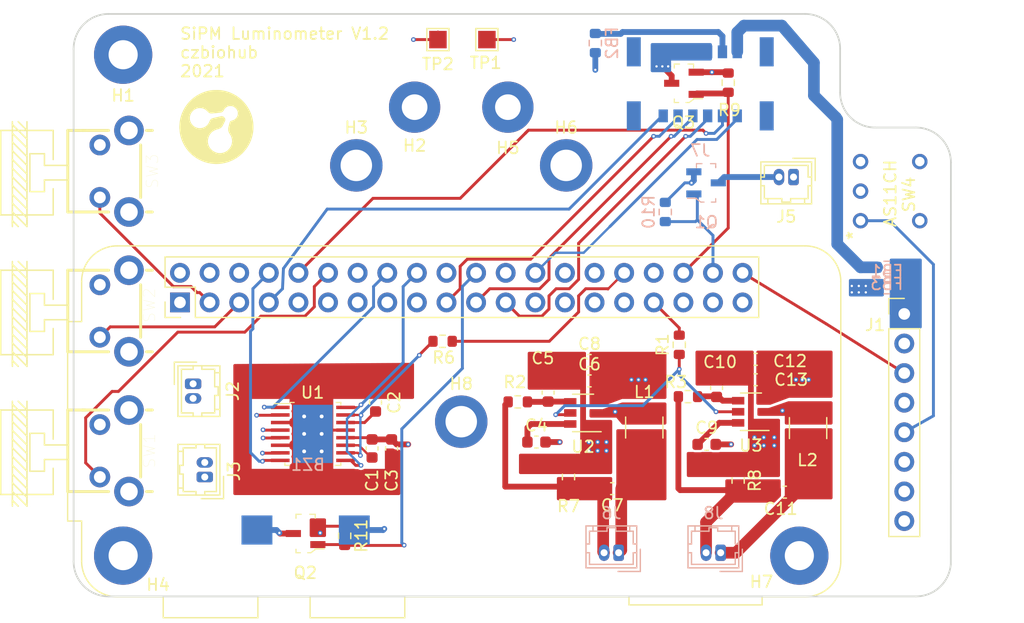
<source format=kicad_pcb>
(kicad_pcb (version 20171130) (host pcbnew "(5.1.9-0-10_14)")
  (layers (0 F.Cu signal) (1 In1.Cu signal) (2 In2.Cu signal) (31 B.Cu signal) (34 B.Paste user) (35 F.Paste user) (36 B.SilkS user) (37 F.SilkS user) (38 B.Mask user) (39 F.Mask user) (44 Edge.Cuts user))
  (net 0 "")
  (net 1 /ADC_~CE)
  (net 2 /ADC_~DRDY)
  (net 3 /SPI0_SCLK)
  (net 4 /SPI0_MISO)
  (net 5 /SPI0_MOSI)
  (net 6 /GPCLK)
  (net 7 /B2)
  (net 8 "Net-(FB2-Pad2)")
  (net 9 /B3)
  (net 10 /B1)
  (net 11 "Net-(C1-Pad1)")
  (net 12 GND)
  (net 13 /nSLEEP)
  (net 14 /BZ)
  (net 15 "Net-(C2-Pad2)")
  (net 16 /FAN)
  (net 17 "Net-(J5-Pad2)")
  (net 18 /PMIC_EN)
  (net 19 /PMIC_LBO)
  (net 20 "Net-(J2-Pad2)")
  (net 21 "Net-(J2-Pad1)")
  (net 22 "Net-(J3-Pad2)")
  (net 23 "Net-(J3-Pad1)")
  (net 24 "Net-(BZ1-Pad1)")
  (net 25 /P5V_RPi)
  (net 26 "Net-(C4-Pad1)")
  (net 27 /PMIC_5V)
  (net 28 /P3V3_RPi)
  (net 29 /P5V_ADC)
  (net 30 /COOL_PWM)
  (net 31 /SHT_PWM)
  (net 32 /SHT_FAULT)
  (net 33 "Net-(J7-Padb3)")
  (net 34 /ADC_PWR_EN)
  (net 35 "Net-(C4-Pad2)")
  (net 36 "Net-(C5-Pad1)")
  (net 37 "Net-(C7-Pad2)")
  (net 38 "Net-(C7-Pad1)")
  (net 39 /SHT_1)
  (net 40 "Net-(C9-Pad2)")
  (net 41 "Net-(C9-Pad1)")
  (net 42 "Net-(C10-Pad1)")
  (net 43 "Net-(C11-Pad2)")
  (net 44 "Net-(C11-Pad1)")
  (net 45 "Net-(R1-Pad1)")
  (net 46 "Net-(R6-Pad1)")
  (module Luminometer_OPT101_Footprints:Untitled (layer F.Cu) (at 118 71.2)
    (fp_text reference G*** hide)
    (fp_text value LOGO hide)
  )
  (module MountingHole:MountingHole_2.5mm_Pad (layer F.Cu) (at 168 108)
    (fp_text reference H7 (at -3.25 2.25) (layer F.SilkS))
    (fp_text value MountingHole)
    (pad 1 thru_hole circle (at 0 0) (size 5 5) (drill 2.5) (layers *.Cu *.Mask))
  )
  (module MountingHole:MountingHole_2.5mm_Pad (layer F.Cu) (at 110 108)
    (fp_text reference H4 (at 3 2.5) (layer F.SilkS))
    (fp_text value MountingHole)
    (pad 1 thru_hole circle (at 0 0) (size 5 5) (drill 2.5) (layers *.Cu *.Mask))
  )
  (module MountingHole:MountingHole_2.5mm_Pad (layer F.Cu) (at 110 65)
    (fp_text reference H1 (at 0 3.5) (layer F.SilkS))
    (fp_text value MountingHole)
    (pad 1 thru_hole circle (at 0 0) (size 5 5) (drill 2.5) (layers *.Cu *.Mask))
  )
  (module MountingHole:MountingHole_2.7mm_M2.5_ISO14580_Pad_TopBottom (layer F.Cu) (at 139 96.5)
    (fp_text reference H8 (at 0 -3.25) (layer F.SilkS))
    (fp_text value MountingHole)
    (pad 1 connect circle (at 0 0) (size 4.5 4.5) (layers B.Cu B.Mask) (net 12 GND))
    (pad 1 connect circle (at 0 0) (size 4.5 4.5) (layers F.Cu F.Mask) (net 12 GND))
    (pad 1 thru_hole circle (at 0 0) (size 3.1 3.1) (drill 2.7) (layers *.Cu *.Mask) (net 12 GND))
  )
  (module Luminometer_OPT101_Footprints:Harting_15110122601000 (layer B.Cu) (at 159.5 67.5)
    (fp_text reference J7 (at 0 5.715) (layer B.SilkS) (effects (justify mirror)))
    (fp_text value Harting_15110122601000)
    (pad "" np_thru_hole circle (at 5.385 0) (size 1.6 1.6) (drill 1.6) (layers *.Cu *.Mask))
    (pad "" np_thru_hole circle (at -5.385 0) (size 1.6 1.6) (drill 1.6) (layers *.Cu *.Mask))
    (pad "" smd rect (at -5.7 -2.75) (size 1.2 2.5) (layers B.Cu B.Paste B.Mask))
    (pad "" smd rect (at 5.7 -2.75) (size 1.2 2.5) (layers B.Cu B.Paste B.Mask))
    (pad "" smd rect (at 5.7 2.75) (size 1.2 2.5) (layers B.Cu B.Paste B.Mask))
    (pad "" smd rect (at -5.7 2.75) (size 1.2 2.5) (layers B.Cu B.Paste B.Mask))
    (pad b6 smd rect (at -3.175 -2.75) (size 0.8 1.1) (layers B.Cu B.Paste B.Mask) (net 33 "Net-(J7-Padb3)"))
    (pad b5 smd rect (at -1.905 -2.75) (size 0.8 1.1) (layers B.Cu B.Paste B.Mask) (net 33 "Net-(J7-Padb3)"))
    (pad b4 smd rect (at -0.635 -2.75) (size 0.8 1.1) (layers B.Cu B.Paste B.Mask) (net 33 "Net-(J7-Padb3)"))
    (pad a1 smd rect (at 3.175 2.75) (size 0.8 1.1) (layers B.Cu B.Paste B.Mask) (net 1 /ADC_~CE))
    (pad a2 smd rect (at 1.905 2.75) (size 0.8 1.1) (layers B.Cu B.Paste B.Mask) (net 2 /ADC_~DRDY))
    (pad a6 smd rect (at -3.175 2.75) (size 0.8 1.1) (layers B.Cu B.Paste B.Mask) (net 6 /GPCLK))
    (pad b3 smd rect (at 0.635 -2.75) (size 0.8 1.1) (layers B.Cu B.Paste B.Mask) (net 33 "Net-(J7-Padb3)"))
    (pad b2 smd rect (at 1.905 -2.75) (size 0.8 1.1) (layers B.Cu B.Paste B.Mask) (net 8 "Net-(FB2-Pad2)"))
    (pad b1 smd rect (at 3.175 -2.75) (size 0.8 1.1) (layers B.Cu B.Paste B.Mask) (net 29 /P5V_ADC))
    (pad a5 smd rect (at -1.905 2.75) (size 0.8 1.1) (layers B.Cu B.Paste B.Mask) (net 5 /SPI0_MOSI))
    (pad a4 smd rect (at -0.635 2.75) (size 0.8 1.1) (layers B.Cu B.Paste B.Mask) (net 4 /SPI0_MISO))
    (pad a3 smd rect (at 0.635 2.75) (size 0.8 1.1) (layers B.Cu B.Paste B.Mask) (net 3 /SPI0_SCLK))
  )
  (module Capacitor_SMD:C_0603_1608Metric (layer F.Cu) (at 131.65 94.85 270)
    (fp_text reference C2 (at 0 -1.6 270) (layer F.SilkS))
    (fp_text value 2.2uF)
    (pad 2 smd roundrect (at 0.775 0 270) (size 0.9 0.95) (layers F.Cu F.Paste F.Mask) (net 15 "Net-(C2-Pad2)"))
    (pad 1 smd roundrect (at -0.775 0 270) (size 0.9 0.95) (layers F.Cu F.Paste F.Mask) (net 12 GND))
  )
  (module Capacitor_SMD:C_0603_1608Metric (layer F.Cu) (at 133.025 98.8 90)
    (fp_text reference C3 (at -2.75 0 270) (layer F.SilkS))
    (fp_text value 47uF)
    (pad 2 smd roundrect (at 0.775 0 90) (size 0.9 0.95) (layers F.Cu F.Paste F.Mask) (net 25 /P5V_RPi))
    (pad 1 smd roundrect (at -0.775 0 90) (size 0.9 0.95) (layers F.Cu F.Paste F.Mask) (net 12 GND))
  )
  (module Resistor_SMD:R_0603_1608Metric (layer B.Cu) (at 150.5 64 90)
    (fp_text reference FB2 (at 0 1.43 270) (layer B.SilkS) (effects (justify mirror)))
    (fp_text value Ferrite_Bead_Small)
    (pad 2 smd roundrect (at 0.825 0 90) (size 0.8 0.95) (layers B.Cu B.Paste B.Mask) (net 8 "Net-(FB2-Pad2)"))
    (pad 1 smd roundrect (at -0.825 0 90) (size 0.8 0.95) (layers B.Cu B.Paste B.Mask) (net 28 /P3V3_RPi))
  )
  (module digikey-footprints:TSSOP-16-1EP_W4.40mm (layer F.Cu) (at 126.275 97.55 270)
    (fp_text reference U1 (at -3.55 0.025) (layer F.SilkS))
    (fp_text value DRV8833PWP)
    (pad 17 thru_hole circle (at 1.5 0.75 270) (size 0.38 0.38) (drill 0.33) (layers *.Cu *.Mask) (net 12 GND))
    (pad 17 thru_hole circle (at 0 0.75 270) (size 0.38 0.38) (drill 0.33) (layers *.Cu *.Mask) (net 12 GND))
    (pad 17 thru_hole circle (at -1.5 0.75 270) (size 0.38 0.38) (drill 0.33) (layers *.Cu *.Mask) (net 12 GND))
    (pad 17 thru_hole circle (at 1.5 -0.75 270) (size 0.38 0.38) (drill 0.33) (layers *.Cu *.Mask) (net 12 GND))
    (pad 17 thru_hole circle (at 0 -0.75 270) (size 0.38 0.38) (drill 0.33) (layers *.Cu *.Mask) (net 12 GND))
    (pad 17 thru_hole circle (at -1.5 -0.75 270) (size 0.38 0.38) (drill 0.33) (layers *.Cu *.Mask) (net 12 GND))
    (pad 17 smd rect (at 0 0 270) (size 5 3.4) (layers F.Cu) (net 12 GND))
    (pad 15 smd rect (at -1.625 -2.8 270) (size 0.3 1.6) (layers F.Cu F.Paste F.Mask) (net 46 "Net-(R6-Pad1)"))
    (pad 14 smd rect (at -0.975 -2.8 270) (size 0.3 1.6) (layers F.Cu F.Paste F.Mask) (net 15 "Net-(C2-Pad2)"))
    (pad 13 smd rect (at -0.325 -2.8 270) (size 0.3 1.6) (layers F.Cu F.Paste F.Mask) (net 12 GND))
    (pad 12 smd rect (at 0.325 -2.8 270) (size 0.3 1.6) (layers F.Cu F.Paste F.Mask) (net 25 /P5V_RPi))
    (pad 11 smd rect (at 0.975 -2.8 270) (size 0.3 1.6) (layers F.Cu F.Paste F.Mask) (net 11 "Net-(C1-Pad1)"))
    (pad 10 smd rect (at 1.625 -2.8 270) (size 0.3 1.6) (layers F.Cu F.Paste F.Mask) (net 46 "Net-(R6-Pad1)"))
    (pad 9 smd rect (at 2.275 -2.8 270) (size 0.3 1.6) (layers F.Cu F.Paste F.Mask) (net 39 /SHT_1))
    (pad 8 smd rect (at 2.275 2.8 270) (size 0.3 1.6) (layers F.Cu F.Paste F.Mask) (net 32 /SHT_FAULT))
    (pad 7 smd rect (at 1.625 2.8 270) (size 0.3 1.6) (layers F.Cu F.Paste F.Mask) (net 23 "Net-(J3-Pad1)"))
    (pad 6 smd rect (at 0.975 2.8 270) (size 0.3 1.6) (layers F.Cu F.Paste F.Mask) (net 12 GND))
    (pad 5 smd rect (at 0.325 2.8 270) (size 0.3 1.6) (layers F.Cu F.Paste F.Mask) (net 22 "Net-(J3-Pad2)"))
    (pad 4 smd rect (at -0.325 2.8 270) (size 0.3 1.6) (layers F.Cu F.Paste F.Mask) (net 20 "Net-(J2-Pad2)"))
    (pad 3 smd rect (at -0.975 2.8 270) (size 0.3 1.6) (layers F.Cu F.Paste F.Mask) (net 12 GND))
    (pad 2 smd rect (at -1.625 2.8 270) (size 0.3 1.6) (layers F.Cu F.Paste F.Mask) (net 21 "Net-(J2-Pad1)"))
    (pad 16 smd rect (at -2.275 -2.8 270) (size 0.3 1.6) (layers F.Cu F.Paste F.Mask) (net 39 /SHT_1))
    (pad 17 smd rect (at 0 0 270) (size 2.31 2.46) (layers F.Cu F.Paste F.Mask) (net 12 GND))
    (pad 1 smd rect (at -2.275 2.8 270) (size 0.3 1.6) (layers F.Cu F.Paste F.Mask) (net 13 /nSLEEP))
    (pad 17 smd rect (at 0 0 270) (size 5 3.4) (layers B.Cu) (net 12 GND))
  )
  (module B3F-3152:B3F3152 (layer F.Cu) (at 110.5 71.5 270)
    (fp_text reference SW3 (at 3.5 -2 90) (layer F.SilkS) (effects (font (thickness 0.015))))
    (fp_text value B3F-3152)
    (pad 2 thru_hole circle (at 5.75 2.5 270) (size 1.778 1.778) (drill 1.016) (layers *.Cu *.Mask) (net 9 /B3))
    (pad 1 thru_hole circle (at 1.25 2.5 270) (size 1.778 1.778) (drill 1.016) (layers *.Cu *.Mask) (net 12 GND))
    (pad GND@2 thru_hole circle (at 7 0 270) (size 2.54 2.54) (drill 1.5) (layers *.Cu *.Mask) (net 12 GND))
    (pad GND@1 thru_hole circle (at 0 0 270) (size 2.54 2.54) (drill 1.5) (layers *.Cu *.Mask) (net 12 GND))
  )
  (module B3F-3152:B3F3152 (layer F.Cu) (at 110.5 83.5 270)
    (fp_text reference SW2 (at 3 -1.75 90) (layer F.SilkS) (effects (font (thickness 0.015))))
    (fp_text value B3F-3152)
    (pad 2 thru_hole circle (at 5.75 2.5 270) (size 1.778 1.778) (drill 1.016) (layers *.Cu *.Mask) (net 7 /B2))
    (pad 1 thru_hole circle (at 1.25 2.5 270) (size 1.778 1.778) (drill 1.016) (layers *.Cu *.Mask) (net 12 GND))
    (pad GND@2 thru_hole circle (at 7 0 270) (size 2.54 2.54) (drill 1.5) (layers *.Cu *.Mask) (net 12 GND))
    (pad GND@1 thru_hole circle (at 0 0 270) (size 2.54 2.54) (drill 1.5) (layers *.Cu *.Mask) (net 12 GND))
  )
  (module B3F-3152:B3F3152 (layer F.Cu) (at 110.5 95.5 270)
    (fp_text reference SW1 (at 3.5 -1.75 90) (layer F.SilkS) (effects (font (thickness 0.015))))
    (fp_text value B3F-3152)
    (pad 2 thru_hole circle (at 5.75 2.5 270) (size 1.778 1.778) (drill 1.016) (layers *.Cu *.Mask) (net 10 /B1))
    (pad 1 thru_hole circle (at 1.25 2.5 270) (size 1.778 1.778) (drill 1.016) (layers *.Cu *.Mask) (net 12 GND))
    (pad GND@2 thru_hole circle (at 7 0 270) (size 2.54 2.54) (drill 1.5) (layers *.Cu *.Mask) (net 12 GND))
    (pad GND@1 thru_hole circle (at 0 0 270) (size 2.54 2.54) (drill 1.5) (layers *.Cu *.Mask) (net 12 GND))
  )
  (module Connector_Hirose:Hirose_DF13-02P-1.25DSA_1x02_P1.25mm_Vertical (layer F.Cu) (at 116 93.25 270)
    (fp_text reference J2 (at 0.62 -3.4 90) (layer F.SilkS))
    (fp_text value H2191-ND)
    (pad 2 thru_hole oval (at 1.25 0 270) (size 0.9 1.4) (drill 0.6) (layers *.Cu *.Mask) (net 20 "Net-(J2-Pad2)"))
    (pad 1 thru_hole roundrect (at 0 0 270) (size 0.9 1.4) (drill 0.6) (layers *.Cu *.Mask) (net 21 "Net-(J2-Pad1)"))
  )
  (module Connector_Hirose:Hirose_DF13-02P-1.25DSA_1x02_P1.25mm_Vertical (layer F.Cu) (at 117 101.25 90)
    (fp_text reference J3 (at 0.5 2.5 270) (layer F.SilkS))
    (fp_text value H2191-ND)
    (pad 2 thru_hole oval (at 1.25 0 90) (size 0.9 1.4) (drill 0.6) (layers *.Cu *.Mask) (net 22 "Net-(J3-Pad2)"))
    (pad 1 thru_hole roundrect (at 0 0 90) (size 0.9 1.4) (drill 0.6) (layers *.Cu *.Mask) (net 23 "Net-(J3-Pad1)"))
  )
  (module MountingHole:MountingHole_2.2mm_M2_Pad_TopBottom (layer F.Cu) (at 135 69.5)
    (fp_text reference H2 (at 0 3.3) (layer F.SilkS))
    (fp_text value MountingHole_Pad)
    (pad 1 connect circle (at 0 0) (size 4.4 4.4) (layers B.Cu B.Mask) (net 12 GND))
    (pad 1 connect circle (at 0 0) (size 4.4 4.4) (layers F.Cu F.Mask) (net 12 GND))
    (pad 1 thru_hole circle (at 0 0) (size 2.6 2.6) (drill 2.2) (layers *.Cu *.Mask) (net 12 GND))
  )
  (module MountingHole:MountingHole_2.2mm_M2_Pad_TopBottom (layer F.Cu) (at 143 69.5)
    (fp_text reference H5 (at 0 3.5) (layer F.SilkS))
    (fp_text value MountingHole_Pad)
    (pad 1 connect circle (at 0 0) (size 4.4 4.4) (layers B.Cu B.Mask) (net 12 GND))
    (pad 1 connect circle (at 0 0) (size 4.4 4.4) (layers F.Cu F.Mask) (net 12 GND))
    (pad 1 thru_hole circle (at 0 0) (size 2.6 2.6) (drill 2.2) (layers *.Cu *.Mask) (net 12 GND))
  )
  (module TestPoint:TestPoint_Pad_1.5x1.5mm (layer F.Cu) (at 141.2 63.7 270)
    (fp_text reference TP1 (at 2 0.1 180) (layer F.SilkS))
    (fp_text value TestPoint)
    (pad 1 smd rect (at 0 0 270) (size 1.5 1.5) (layers F.Cu F.Mask) (net 12 GND))
  )
  (module TestPoint:TestPoint_Pad_1.5x1.5mm (layer F.Cu) (at 137 63.7 90)
    (fp_text reference TP2 (at -2.1 0 180) (layer F.SilkS))
    (fp_text value TestPoint)
    (pad 1 smd rect (at 0 0 90) (size 1.5 1.5) (layers F.Cu F.Mask) (net 12 GND))
  )
  (module Capacitor_SMD:C_0603_1608Metric (layer F.Cu) (at 145.45 98.25)
    (fp_text reference C4 (at 0 -1.43) (layer F.SilkS))
    (fp_text value 10nF)
    (pad 2 smd roundrect (at 0.775 0) (size 0.9 0.95) (layers F.Cu F.Paste F.Mask) (net 35 "Net-(C4-Pad2)"))
    (pad 1 smd roundrect (at -0.775 0) (size 0.9 0.95) (layers F.Cu F.Paste F.Mask) (net 26 "Net-(C4-Pad1)"))
  )
  (module Capacitor_SMD:C_0603_1608Metric (layer F.Cu) (at 150 93)
    (fp_text reference C6 (at 0 -1.43) (layer F.SilkS))
    (fp_text value 100nF)
    (pad 2 smd roundrect (at 0.775 0) (size 0.9 0.95) (layers F.Cu F.Paste F.Mask) (net 25 /P5V_RPi))
    (pad 1 smd roundrect (at -0.775 0) (size 0.9 0.95) (layers F.Cu F.Paste F.Mask) (net 12 GND))
  )
  (module Resistor_SMD:R_0603_1608Metric (layer B.Cu) (at 175.5 85 180)
    (fp_text reference FB1 (at 0 1.43) (layer B.SilkS) (effects (justify mirror)))
    (fp_text value Ferrite_Bead_Small)
    (pad 2 smd roundrect (at 0.825 0 180) (size 0.8 0.95) (layers B.Cu B.Paste B.Mask) (net 25 /P5V_RPi))
    (pad 1 smd roundrect (at -0.825 0 180) (size 0.8 0.95) (layers B.Cu B.Paste B.Mask) (net 27 /PMIC_5V))
  )
  (module Resistor_SMD:R_0603_1608Metric (layer B.Cu) (at 175.5 83.25)
    (fp_text reference FB3 (at 0 1.43 180) (layer B.SilkS) (effects (justify mirror)))
    (fp_text value Ferrite_Bead_Small)
    (pad 2 smd roundrect (at 0.825 0) (size 0.8 0.95) (layers B.Cu B.Paste B.Mask) (net 27 /PMIC_5V))
    (pad 1 smd roundrect (at -0.825 0) (size 0.8 0.95) (layers B.Cu B.Paste B.Mask) (net 29 /P5V_ADC))
  )
  (module Connector_Hirose:Hirose_DF13-02P-1.25DSA_1x02_P1.25mm_Vertical (layer B.Cu) (at 152.5 107.75 180)
    (fp_text reference J6 (at 0.62 3.4 180) (layer B.SilkS) (effects (justify mirror)))
    (fp_text value H2191-ND)
    (pad 2 thru_hole oval (at 1.25 0 180) (size 0.9 1.4) (drill 0.6) (layers *.Cu *.Mask) (net 37 "Net-(C7-Pad2)"))
    (pad 1 thru_hole roundrect (at 0 0 180) (size 0.9 1.4) (drill 0.6) (layers *.Cu *.Mask) (net 38 "Net-(C7-Pad1)"))
  )
  (module Resistor_SMD:R_0603_1608Metric (layer F.Cu) (at 161.9 67.4 90)
    (fp_text reference R9 (at -2.35 0.1 180) (layer F.SilkS))
    (fp_text value 10k)
    (pad 2 smd roundrect (at 0.825 0 90) (size 0.8 0.95) (layers F.Cu F.Paste F.Mask) (net 12 GND))
    (pad 1 smd roundrect (at -0.825 0 90) (size 0.8 0.95) (layers F.Cu F.Paste F.Mask) (net 34 /ADC_PWR_EN))
  )
  (module Luminometer_OPT101_Footprints:PMIC_Header (layer F.Cu) (at 177 87.25)
    (fp_text reference J1 (at -2.5 0.95) (layer F.SilkS))
    (fp_text value PMIC_header_right_angle)
    (pad 8 thru_hole oval (at 0 17.78) (size 1.7 1.7) (drill 1) (layers *.Cu *.Mask))
    (pad 7 thru_hole oval (at 0 15.24) (size 1.7 1.7) (drill 1) (layers *.Cu *.Mask))
    (pad 6 thru_hole oval (at 0 12.7) (size 1.7 1.7) (drill 1) (layers *.Cu *.Mask))
    (pad 5 thru_hole oval (at 0 10.16) (size 1.7 1.7) (drill 1) (layers *.Cu *.Mask) (net 18 /PMIC_EN))
    (pad 4 thru_hole oval (at 0 7.62) (size 1.7 1.7) (drill 1) (layers *.Cu *.Mask) (net 12 GND))
    (pad 3 thru_hole oval (at 0 5.08) (size 1.7 1.7) (drill 1) (layers *.Cu *.Mask) (net 19 /PMIC_LBO))
    (pad 2 thru_hole oval (at 0 2.54) (size 1.7 1.7) (drill 1) (layers *.Cu *.Mask))
    (pad 1 thru_hole rect (at 0 0) (size 1.7 1.7) (drill 1) (layers *.Cu *.Mask) (net 27 /PMIC_5V))
  )
  (module Capacitor_SMD:C_0603_1608Metric (layer F.Cu) (at 146.45 94 90)
    (fp_text reference C5 (at 2.95 -0.45 180) (layer F.SilkS))
    (fp_text value 10nF)
    (pad 2 smd roundrect (at 0.775 0 90) (size 0.9 0.95) (layers F.Cu F.Paste F.Mask) (net 12 GND))
    (pad 1 smd roundrect (at -0.775 0 90) (size 0.9 0.95) (layers F.Cu F.Paste F.Mask) (net 36 "Net-(C5-Pad1)"))
  )
  (module Capacitor_SMD:C_0603_1608Metric (layer F.Cu) (at 151.95 102.25 180)
    (fp_text reference C7 (at 0 -1.43) (layer F.SilkS))
    (fp_text value 10nF)
    (pad 2 smd roundrect (at 0.775 0 180) (size 0.9 0.95) (layers F.Cu F.Paste F.Mask) (net 37 "Net-(C7-Pad2)"))
    (pad 1 smd roundrect (at -0.775 0 180) (size 0.9 0.95) (layers F.Cu F.Paste F.Mask) (net 38 "Net-(C7-Pad1)"))
  )
  (module Resistor_SMD:R_0603_1608Metric (layer F.Cu) (at 143.85 94.8)
    (fp_text reference R2 (at -0.25 -1.7) (layer F.SilkS))
    (fp_text value 10k)
    (pad 2 smd roundrect (at 0.825 0) (size 0.8 0.95) (layers F.Cu F.Paste F.Mask) (net 36 "Net-(C5-Pad1)"))
    (pad 1 smd roundrect (at -0.825 0) (size 0.8 0.95) (layers F.Cu F.Paste F.Mask) (net 37 "Net-(C7-Pad2)"))
  )
  (module Resistor_SMD:R_0603_1608Metric (layer F.Cu) (at 148.2 101.25 270)
    (fp_text reference R7 (at 2.5 0 180) (layer F.SilkS))
    (fp_text value 200m)
    (pad 2 smd roundrect (at 0.825 0 270) (size 0.8 0.95) (layers F.Cu F.Paste F.Mask) (net 37 "Net-(C7-Pad2)"))
    (pad 1 smd roundrect (at -0.825 0 270) (size 0.8 0.95) (layers F.Cu F.Paste F.Mask) (net 12 GND))
  )
  (module Package_TO_SOT_SMD:SOT-23-6 (layer F.Cu) (at 149.45 95.75 180)
    (fp_text reference U2 (at 0 -2.9) (layer F.SilkS))
    (fp_text value 296-46565-1-ND)
    (pad 5 smd rect (at 1.1 0 180) (size 1.06 0.65) (layers F.Cu F.Paste F.Mask) (net 45 "Net-(R1-Pad1)"))
    (pad 6 smd rect (at 1.1 -0.95 180) (size 1.06 0.65) (layers F.Cu F.Paste F.Mask) (net 26 "Net-(C4-Pad1)"))
    (pad 4 smd rect (at 1.1 0.95 180) (size 1.06 0.65) (layers F.Cu F.Paste F.Mask) (net 36 "Net-(C5-Pad1)"))
    (pad 3 smd rect (at -1.1 0.95 180) (size 1.06 0.65) (layers F.Cu F.Paste F.Mask) (net 25 /P5V_RPi))
    (pad 2 smd rect (at -1.1 0 180) (size 1.06 0.65) (layers F.Cu F.Paste F.Mask) (net 35 "Net-(C4-Pad2)"))
    (pad 1 smd rect (at -1.1 -0.95 180) (size 1.06 0.65) (layers F.Cu F.Paste F.Mask) (net 12 GND))
  )
  (module footprints:AS11CH (layer F.Cu) (at 173.25 79.25 90)
    (fp_text reference SW4 (at 2.25 4.15 90) (layer F.SilkS))
    (fp_text value AS11CH (at 2.35 2.55 90) (layer F.SilkS))
    (fp_text user * (at -1.27 -0.635 90) (layer F.SilkS))
    (fp_text user * (at -1.27 -0.635 90) (layer F.SilkS))
    (pad 5 thru_hole circle (at 5.08 5.08 90) (size 1.3208 1.3208) (drill 0.8128) (layers *.Cu *.Mask))
    (pad 4 thru_hole circle (at 0 5.08 90) (size 1.3208 1.3208) (drill 0.8128) (layers *.Cu *.Mask))
    (pad 3 thru_hole circle (at 5.08 0 90) (size 1.3208 1.3208) (drill 0.8128) (layers *.Cu *.Mask) (net 12 GND))
    (pad 2 thru_hole circle (at 2.54 0 90) (size 1.3208 1.3208) (drill 0.8128) (layers *.Cu *.Mask) (net 12 GND))
    (pad 1 thru_hole circle (at 0 0 90) (size 1.3208 1.3208) (drill 0.8128) (layers *.Cu *.Mask) (net 18 /PMIC_EN))
  )
  (module Capacitor_SMD:C_0603_1608Metric (layer F.Cu) (at 131.35 98.8 90)
    (fp_text reference C1 (at -2.75 0 270) (layer F.SilkS))
    (fp_text value 10nF)
    (pad 2 smd roundrect (at 0.775 0 90) (size 0.9 0.95) (layers F.Cu F.Paste F.Mask) (net 25 /P5V_RPi))
    (pad 1 smd roundrect (at -0.775 0 90) (size 0.9 0.95) (layers F.Cu F.Paste F.Mask) (net 11 "Net-(C1-Pad1)"))
  )
  (module digikey-footprints:SOT-23-3 (layer F.Cu) (at 158.1 67.45 180)
    (fp_text reference Q3 (at 0.025 -3.375) (layer F.SilkS))
    (fp_text value IRLML6344TRPBF)
    (pad 1 smd rect (at -1.05 -0.95 180) (size 1.3 0.6) (layers F.Cu F.Paste F.Mask) (net 34 /ADC_PWR_EN))
    (pad 2 smd rect (at -1.05 0.95 180) (size 1.3 0.6) (layers F.Cu F.Paste F.Mask) (net 12 GND))
    (pad 3 smd rect (at 1.05 0 180) (size 1.3 0.6) (layers F.Cu F.Paste F.Mask) (net 33 "Net-(J7-Padb3)"))
  )
  (module digikey-footprints:SOT-23-3 (layer B.Cu) (at 160 76)
    (fp_text reference Q1 (at 0.025 3.375) (layer B.SilkS) (effects (justify mirror)))
    (fp_text value IRLML6344TRPBF)
    (pad 1 smd rect (at -1.05 0.95) (size 1.3 0.6) (layers B.Cu B.Paste B.Mask) (net 16 /FAN))
    (pad 2 smd rect (at -1.05 -0.95) (size 1.3 0.6) (layers B.Cu B.Paste B.Mask) (net 12 GND))
    (pad 3 smd rect (at 1.05 0) (size 1.3 0.6) (layers B.Cu B.Paste B.Mask) (net 17 "Net-(J5-Pad2)"))
  )
  (module digikey-footprints:SOT-23-3 (layer F.Cu) (at 125.65 106.1 180)
    (fp_text reference Q2 (at 0.025 -3.375 180) (layer F.SilkS))
    (fp_text value IRLML6344TRPBF)
    (pad 1 smd rect (at -1.05 -0.95 180) (size 1.3 0.6) (layers F.Cu F.Paste F.Mask) (net 14 /BZ))
    (pad 2 smd rect (at -1.05 0.95 180) (size 1.3 0.6) (layers F.Cu F.Paste F.Mask) (net 12 GND))
    (pad 3 smd rect (at 1.05 0 180) (size 1.3 0.6) (layers F.Cu F.Paste F.Mask) (net 24 "Net-(BZ1-Pad1)"))
  )
  (module Luminometer_OPT101_Footprints:L_1212_3030Metric (layer F.Cu) (at 154.7 97 270)
    (fp_text reference L1 (at -3.05 0 180) (layer F.SilkS))
    (fp_text value 732-4872-1-ND)
    (pad 1 smd rect (at -1.05 0 270) (size 1.3 3.4) (layers F.Cu F.Paste F.Mask) (net 35 "Net-(C4-Pad2)"))
    (pad 2 smd rect (at 1.05 0 270) (size 1.3 3.4) (layers F.Cu F.Paste F.Mask) (net 38 "Net-(C7-Pad1)"))
  )
  (module Capacitor_SMD:C_0603_1608Metric (layer F.Cu) (at 160.05 98.45)
    (fp_text reference C9 (at 0 -1.43 180) (layer F.SilkS))
    (fp_text value 10nF)
    (pad 2 smd roundrect (at 0.775 0) (size 0.9 0.95) (layers F.Cu F.Paste F.Mask) (net 40 "Net-(C9-Pad2)"))
    (pad 1 smd roundrect (at -0.775 0) (size 0.9 0.95) (layers F.Cu F.Paste F.Mask) (net 41 "Net-(C9-Pad1)"))
  )
  (module Capacitor_SMD:C_0603_1608Metric (layer F.Cu) (at 160.9 93.6 90)
    (fp_text reference C10 (at 2.225 0.3) (layer F.SilkS))
    (fp_text value 10nF)
    (pad 2 smd roundrect (at 0.775 0 90) (size 0.9 0.95) (layers F.Cu F.Paste F.Mask) (net 12 GND))
    (pad 1 smd roundrect (at -0.775 0 90) (size 0.9 0.95) (layers F.Cu F.Paste F.Mask) (net 42 "Net-(C10-Pad1)"))
  )
  (module Capacitor_SMD:C_0603_1608Metric (layer F.Cu) (at 166.75 102.55 180)
    (fp_text reference C11 (at 0.35 -1.43 180) (layer F.SilkS))
    (fp_text value 10nF)
    (pad 2 smd roundrect (at 0.775 0 180) (size 0.9 0.95) (layers F.Cu F.Paste F.Mask) (net 43 "Net-(C11-Pad2)"))
    (pad 1 smd roundrect (at -0.775 0 180) (size 0.9 0.95) (layers F.Cu F.Paste F.Mask) (net 44 "Net-(C11-Pad1)"))
  )
  (module Connector_Hirose:Hirose_DF13-02P-1.25DSA_1x02_P1.25mm_Vertical (layer B.Cu) (at 161.25 107.75 180)
    (fp_text reference J8 (at 0.62 3.4) (layer B.SilkS) (effects (justify mirror)))
    (fp_text value H2191-ND)
    (pad 2 thru_hole oval (at 1.25 0 180) (size 0.9 1.4) (drill 0.6) (layers *.Cu *.Mask) (net 43 "Net-(C11-Pad2)"))
    (pad 1 thru_hole roundrect (at 0 0 180) (size 0.9 1.4) (drill 0.6) (layers *.Cu *.Mask) (net 44 "Net-(C11-Pad1)"))
  )
  (module Luminometer_OPT101_Footprints:L_1212_3030Metric (layer F.Cu) (at 168.75 97.05 270)
    (fp_text reference L2 (at 2.75 0.05) (layer F.SilkS))
    (fp_text value 732-4872-1-ND)
    (pad 1 smd rect (at -1.05 0 270) (size 1.3 3.4) (layers F.Cu F.Paste F.Mask) (net 40 "Net-(C9-Pad2)"))
    (pad 2 smd rect (at 1.05 0 270) (size 1.3 3.4) (layers F.Cu F.Paste F.Mask) (net 44 "Net-(C11-Pad1)"))
  )
  (module Resistor_SMD:R_0603_1608Metric (layer F.Cu) (at 158.45 94.35)
    (fp_text reference R3 (at -1.05 -1.25 180) (layer F.SilkS))
    (fp_text value 10k)
    (pad 2 smd roundrect (at 0.825 0) (size 0.8 0.95) (layers F.Cu F.Paste F.Mask) (net 42 "Net-(C10-Pad1)"))
    (pad 1 smd roundrect (at -0.825 0) (size 0.8 0.95) (layers F.Cu F.Paste F.Mask) (net 43 "Net-(C11-Pad2)"))
  )
  (module Resistor_SMD:R_0603_1608Metric (layer F.Cu) (at 162.75 101.55 270)
    (fp_text reference R8 (at 0 -1.43 270) (layer F.SilkS))
    (fp_text value 200m)
    (pad 2 smd roundrect (at 0.825 0 270) (size 0.8 0.95) (layers F.Cu F.Paste F.Mask) (net 43 "Net-(C11-Pad2)"))
    (pad 1 smd roundrect (at -0.825 0 270) (size 0.8 0.95) (layers F.Cu F.Paste F.Mask) (net 12 GND))
  )
  (module Package_TO_SOT_SMD:SOT-23-6 (layer F.Cu) (at 163.85 95.65 180)
    (fp_text reference U3 (at 0 -2.9 180) (layer F.SilkS))
    (fp_text value 296-46565-1-ND)
    (pad 5 smd rect (at 1.1 0 180) (size 1.06 0.65) (layers F.Cu F.Paste F.Mask) (net 45 "Net-(R1-Pad1)"))
    (pad 6 smd rect (at 1.1 -0.95 180) (size 1.06 0.65) (layers F.Cu F.Paste F.Mask) (net 41 "Net-(C9-Pad1)"))
    (pad 4 smd rect (at 1.1 0.95 180) (size 1.06 0.65) (layers F.Cu F.Paste F.Mask) (net 42 "Net-(C10-Pad1)"))
    (pad 3 smd rect (at -1.1 0.95 180) (size 1.06 0.65) (layers F.Cu F.Paste F.Mask) (net 25 /P5V_RPi))
    (pad 2 smd rect (at -1.1 0 180) (size 1.06 0.65) (layers F.Cu F.Paste F.Mask) (net 40 "Net-(C9-Pad2)"))
    (pad 1 smd rect (at -1.1 -0.95 180) (size 1.06 0.65) (layers F.Cu F.Paste F.Mask) (net 12 GND))
  )
  (module Connector_Hirose:Hirose_DF13-02P-1.25DSA_1x02_P1.25mm_Vertical (layer F.Cu) (at 167.5 75.5 180)
    (fp_text reference J5 (at 0.62 -3.4) (layer F.SilkS))
    (fp_text value H2191-ND)
    (pad 2 thru_hole oval (at 1.25 0 180) (size 0.9 1.4) (drill 0.6) (layers *.Cu *.Mask) (net 17 "Net-(J5-Pad2)"))
    (pad 1 thru_hole roundrect (at 0 0 180) (size 0.9 1.4) (drill 0.6) (layers *.Cu *.Mask) (net 25 /P5V_RPi))
  )
  (module Luminometer_OPT101_Footprints:668-SMI-1027-T-5V-RCT-ND (layer B.Cu) (at 125.65 105.8)
    (fp_text reference BZ1 (at 0.2 -5.6 180) (layer B.SilkS) (effects (justify mirror)))
    (fp_text value 668-SMI-1027-T-5V-RCT-ND)
    (pad 2 smd rect (at 4.175 0) (size 2.65 2.5) (layers B.Cu B.Paste B.Mask) (net 25 /P5V_RPi))
    (pad 1 smd rect (at -4.175 0) (size 2.65 2.5) (layers B.Cu B.Paste B.Mask) (net 24 "Net-(BZ1-Pad1)"))
  )
  (module Capacitor_SMD:C_0603_1608Metric (layer F.Cu) (at 150 91.25)
    (fp_text reference C8 (at 0 -1.43) (layer F.SilkS))
    (fp_text value 10uF)
    (pad 2 smd roundrect (at 0.775 0) (size 0.9 0.95) (layers F.Cu F.Paste F.Mask) (net 25 /P5V_RPi))
    (pad 1 smd roundrect (at -0.775 0) (size 0.9 0.95) (layers F.Cu F.Paste F.Mask) (net 12 GND))
  )
  (module Capacitor_SMD:C_0603_1608Metric (layer F.Cu) (at 164.25 91.15)
    (fp_text reference C12 (at 2.95 0.15) (layer F.SilkS))
    (fp_text value 10uF)
    (pad 2 smd roundrect (at 0.775 0) (size 0.9 0.95) (layers F.Cu F.Paste F.Mask) (net 25 /P5V_RPi))
    (pad 1 smd roundrect (at -0.775 0) (size 0.9 0.95) (layers F.Cu F.Paste F.Mask) (net 12 GND))
  )
  (module Capacitor_SMD:C_0603_1608Metric (layer F.Cu) (at 164.25 92.9)
    (fp_text reference C13 (at 3.05 0) (layer F.SilkS))
    (fp_text value 100nF)
    (pad 2 smd roundrect (at 0.775 0) (size 0.9 0.95) (layers F.Cu F.Paste F.Mask) (net 25 /P5V_RPi))
    (pad 1 smd roundrect (at -0.775 0) (size 0.9 0.95) (layers F.Cu F.Paste F.Mask) (net 12 GND))
  )
  (module Resistor_SMD:R_0603_1608Metric (layer B.Cu) (at 156.5 78.5 270)
    (fp_text reference R10 (at 0 1.43 270) (layer B.SilkS) (effects (justify mirror)))
    (fp_text value 10k)
    (pad 2 smd roundrect (at 0.825 0 270) (size 0.8 0.95) (layers B.Cu B.Paste B.Mask) (net 16 /FAN))
    (pad 1 smd roundrect (at -0.825 0 270) (size 0.8 0.95) (layers B.Cu B.Paste B.Mask) (net 12 GND))
  )
  (module Resistor_SMD:R_0603_1608Metric (layer F.Cu) (at 129 106.3 270)
    (fp_text reference R11 (at 0 -1.43 90) (layer F.SilkS))
    (fp_text value 10k)
    (pad 2 smd roundrect (at 0.825 0 270) (size 0.8 0.95) (layers F.Cu F.Paste F.Mask) (net 14 /BZ))
    (pad 1 smd roundrect (at -0.825 0 270) (size 0.8 0.95) (layers F.Cu F.Paste F.Mask) (net 12 GND))
  )
  (module Resistor_SMD:R_0603_1608Metric (layer F.Cu) (at 157.7 89.9 90)
    (fp_text reference R1 (at 0 -1.43 90) (layer F.SilkS))
    (fp_text value 180R)
    (pad 2 smd roundrect (at 0.825 0 90) (size 0.8 0.95) (layers F.Cu F.Paste F.Mask) (net 30 /COOL_PWM))
    (pad 1 smd roundrect (at -0.825 0 90) (size 0.8 0.95) (layers F.Cu F.Paste F.Mask) (net 45 "Net-(R1-Pad1)"))
  )
  (module Resistor_SMD:R_0603_1608Metric (layer F.Cu) (at 137.4 89.6)
    (fp_text reference R6 (at 0.1 1.4 -180) (layer F.SilkS))
    (fp_text value 180R)
    (pad 2 smd roundrect (at 0.825 0) (size 0.8 0.95) (layers F.Cu F.Paste F.Mask) (net 31 /SHT_PWM))
    (pad 1 smd roundrect (at -0.825 0) (size 0.8 0.95) (layers F.Cu F.Paste F.Mask) (net 46 "Net-(R6-Pad1)"))
  )
  (module project_footprints:Raspberry_Pi_Zero_Socketed_THT_FaceUp_MountingHoles (layer F.Cu) (at 139 85)
    (fp_text reference J4)
    (fp_text value RPi_SocketHeader)
    (pad 40 thru_hole oval (at 24.133 -1.2756 90) (size 1.7 1.7) (drill 1) (layers *.Cu *.Mask) (net 19 /PMIC_LBO))
    (pad 39 thru_hole oval (at 24.133 1.2644 90) (size 1.7 1.7) (drill 1) (layers *.Cu *.Mask))
    (pad 26 thru_hole oval (at 6.353 -1.2756 90) (size 1.7 1.7) (drill 1) (layers *.Cu *.Mask) (net 1 /ADC_~CE))
    (pad 25 thru_hole oval (at 6.353 1.2644 90) (size 1.7 1.7) (drill 1) (layers *.Cu *.Mask))
    (pad 22 thru_hole oval (at 1.273 -1.2756 90) (size 1.7 1.7) (drill 1) (layers *.Cu *.Mask) (net 14 /BZ))
    (pad 21 thru_hole oval (at 1.273 1.2644 90) (size 1.7 1.7) (drill 1) (layers *.Cu *.Mask) (net 4 /SPI0_MISO))
    (pad 30 thru_hole oval (at 11.433 -1.2756 90) (size 1.7 1.7) (drill 1) (layers *.Cu *.Mask))
    (pad 29 thru_hole oval (at 11.433 1.2644 90) (size 1.7 1.7) (drill 1) (layers *.Cu *.Mask))
    (pad 8 thru_hole oval (at -16.507 -1.2756 90) (size 1.7 1.7) (drill 1) (layers *.Cu *.Mask) (net 32 /SHT_FAULT))
    (pad 7 thru_hole oval (at -16.507 1.2644 90) (size 1.7 1.7) (drill 1) (layers *.Cu *.Mask) (net 6 /GPCLK))
    (pad 32 thru_hole oval (at 13.973 -1.2756 90) (size 1.7 1.7) (drill 1) (layers *.Cu *.Mask) (net 31 /SHT_PWM))
    (pad 31 thru_hole oval (at 13.973 1.2644 90) (size 1.7 1.7) (drill 1) (layers *.Cu *.Mask))
    (pad 18 thru_hole oval (at -3.807 -1.2756 90) (size 1.7 1.7) (drill 1) (layers *.Cu *.Mask) (net 39 /SHT_1))
    (pad 17 thru_hole oval (at -3.807 1.2644 90) (size 1.7 1.7) (drill 1) (layers *.Cu *.Mask))
    (pad 36 thru_hole oval (at 19.053 -1.2756 90) (size 1.7 1.7) (drill 1) (layers *.Cu *.Mask) (net 34 /ADC_PWR_EN))
    (pad 35 thru_hole oval (at 19.053 1.2644 90) (size 1.7 1.7) (drill 1) (layers *.Cu *.Mask))
    (pad 34 thru_hole oval (at 16.513 -1.2756 90) (size 1.7 1.7) (drill 1) (layers *.Cu *.Mask))
    (pad 33 thru_hole oval (at 16.513 1.2644 90) (size 1.7 1.7) (drill 1) (layers *.Cu *.Mask) (net 30 /COOL_PWM))
    (pad 38 thru_hole oval (at 21.593 -1.2756 90) (size 1.7 1.7) (drill 1) (layers *.Cu *.Mask) (net 16 /FAN))
    (pad 37 thru_hole oval (at 21.593 1.2644 90) (size 1.7 1.7) (drill 1) (layers *.Cu *.Mask))
    (pad 20 thru_hole oval (at -1.267 -1.2756 90) (size 1.7 1.7) (drill 1) (layers *.Cu *.Mask) (net 12 GND))
    (pad 19 thru_hole oval (at -1.267 1.2644 90) (size 1.7 1.7) (drill 1) (layers *.Cu *.Mask) (net 5 /SPI0_MOSI))
    (pad 10 thru_hole oval (at -13.967 -1.2756 90) (size 1.7 1.7) (drill 1) (layers *.Cu *.Mask) (net 2 /ADC_~DRDY))
    (pad 9 thru_hole oval (at -13.967 1.2644 90) (size 1.7 1.7) (drill 1) (layers *.Cu *.Mask))
    (pad 14 thru_hole oval (at -8.887 -1.2756 90) (size 1.7 1.7) (drill 1) (layers *.Cu *.Mask))
    (pad 13 thru_hole oval (at -8.887 1.2644 90) (size 1.7 1.7) (drill 1) (layers *.Cu *.Mask))
    (pad 28 thru_hole oval (at 8.893 -1.2756 90) (size 1.7 1.7) (drill 1) (layers *.Cu *.Mask))
    (pad 27 thru_hole oval (at 8.893 1.2644 90) (size 1.7 1.7) (drill 1) (layers *.Cu *.Mask))
    (pad 12 thru_hole oval (at -11.427 -1.2756 90) (size 1.7 1.7) (drill 1) (layers *.Cu *.Mask) (net 10 /B1))
    (pad 11 thru_hole oval (at -11.427 1.2644 90) (size 1.7 1.7) (drill 1) (layers *.Cu *.Mask))
    (pad 24 thru_hole oval (at 3.813 -1.2756 90) (size 1.7 1.7) (drill 1) (layers *.Cu *.Mask))
    (pad 23 thru_hole oval (at 3.813 1.2644 90) (size 1.7 1.7) (drill 1) (layers *.Cu *.Mask) (net 3 /SPI0_SCLK))
    (pad 1 thru_hole rect (at -24.127 1.2644 90) (size 1.7 1.7) (drill 1) (layers *.Cu *.Mask) (net 28 /P3V3_RPi))
    (pad 2 thru_hole oval (at -24.127 -1.2756 90) (size 1.7 1.7) (drill 1) (layers *.Cu *.Mask) (net 25 /P5V_RPi))
    (pad 5 thru_hole oval (at -19.047 1.2644 90) (size 1.7 1.7) (drill 1) (layers *.Cu *.Mask) (net 7 /B2))
    (pad 4 thru_hole oval (at -21.587 -1.2756 90) (size 1.7 1.7) (drill 1) (layers *.Cu *.Mask))
    (pad 16 thru_hole oval (at -6.347 -1.2756 90) (size 1.7 1.7) (drill 1) (layers *.Cu *.Mask) (net 13 /nSLEEP))
    (pad 15 thru_hole oval (at -6.347 1.2644 90) (size 1.7 1.7) (drill 1) (layers *.Cu *.Mask))
    (pad 3 thru_hole oval (at -21.587 1.2644 90) (size 1.7 1.7) (drill 1) (layers *.Cu *.Mask) (net 9 /B3))
    (pad 6 thru_hole oval (at -19.047 -1.2756 90) (size 1.7 1.7) (drill 1) (layers *.Cu *.Mask))
  )
  (module MountingHole:MountingHole_2.7mm_M2.5_ISO14580_Pad_TopBottom (layer F.Cu) (at 130 74.5)
    (fp_text reference H3 (at 0 -3.25) (layer F.SilkS))
    (fp_text value MountingHole_Pad)
    (pad 1 connect circle (at 0 0) (size 4.5 4.5) (layers B.Cu B.Mask) (net 12 GND))
    (pad 1 connect circle (at 0 0) (size 4.5 4.5) (layers F.Cu F.Mask) (net 12 GND))
    (pad 1 thru_hole circle (at 0 0) (size 3.1 3.1) (drill 2.7) (layers *.Cu *.Mask) (net 12 GND))
  )
  (module MountingHole:MountingHole_2.7mm_M2.5_ISO14580_Pad_TopBottom (layer F.Cu) (at 148 74.5)
    (fp_text reference H6 (at 0 -3.25) (layer F.SilkS))
    (fp_text value MountingHole_Pad)
    (pad 1 connect circle (at 0 0) (size 4.5 4.5) (layers B.Cu B.Mask) (net 12 GND))
    (pad 1 connect circle (at 0 0) (size 4.5 4.5) (layers F.Cu F.Mask) (net 12 GND))
    (pad 1 thru_hole circle (at 0 0) (size 3.1 3.1) (drill 2.7) (layers *.Cu *.Mask) (net 12 GND))
  )
  (gr_text "SiPM Luminometer V1.2\nczbiohub\n2021" (at 114.8 64.8) (layer F.SilkS) (effects (font (size 1 1)) (justify left)))
  (gr_arc (start 178 74.25) (end 181 74.25) (angle -90) (layer Edge.Cuts) (width 0.15))
  (gr_line (start 181 74.25) (end 180.989637 108.75) (layer Edge.Cuts) (width 0.15))
  (gr_line (start 174.5 71.25) (end 178 71.25) (layer Edge.Cuts) (width 0.15))
  (gr_arc (start 174.5 68.25) (end 171.5 68.25) (angle -90) (layer Edge.Cuts) (width 0.15))
  (gr_line (start 171.5 64.5) (end 171.5 68.25) (layer Edge.Cuts) (width 0.15))
  (gr_arc (start 168.5 64.5) (end 171.5 64.5) (angle -90) (layer Edge.Cuts) (width 0.15))
  (gr_arc (start 108.75 108.5) (end 105.75 108.5) (angle -90) (layer Edge.Cuts) (width 0.15))
  (gr_arc (start 178 108.5) (end 178 111.5) (angle -85.23635831) (layer Edge.Cuts) (width 0.15))
  (gr_arc (start 108.75 64.5) (end 108.75 61.5) (angle -90) (layer Edge.Cuts) (width 0.15))
  (gr_line (start 105.75 108.5) (end 105.75 64.5) (layer Edge.Cuts) (width 0.15))
  (gr_line (start 178 111.5) (end 108.75 111.5) (layer Edge.Cuts) (width 0.15))
  (gr_line (start 108.75 61.5) (end 168.5 61.5) (layer Edge.Cuts) (width 0.15))
  (segment (start 162.675 70.515002) (end 162.675 70.25) (width 0.25) (layer B.Cu) (net 1))
  (segment (start 160.915001 72.275001) (end 162.675 70.515002) (width 0.25) (layer B.Cu) (net 1))
  (segment (start 159.224999 72.275001) (end 160.915001 72.275001) (width 0.25) (layer B.Cu) (net 1))
  (segment (start 151.75 79.75) (end 159.224999 72.275001) (width 0.25) (layer B.Cu) (net 1))
  (segment (start 145.353 83.7244) (end 147.0774 82) (width 0.2) (layer B.Cu) (net 1))
  (segment (start 149.5 82) (end 151.75 79.75) (width 0.2) (layer B.Cu) (net 1))
  (segment (start 147.0774 82) (end 149.5 82) (width 0.2) (layer B.Cu) (net 1))
  (via (at 160 71.75) (size 0.4) (drill 0.2) (layers F.Cu B.Cu) (net 2))
  (segment (start 160.705 71.75) (end 160 71.75) (width 0.25) (layer B.Cu) (net 2))
  (segment (start 161.405 71.05) (end 160.705 71.75) (width 0.25) (layer B.Cu) (net 2))
  (segment (start 161.405 70.25) (end 161.405 71.05) (width 0.25) (layer B.Cu) (net 2))
  (segment (start 131.432399 77.325001) (end 125.033 83.7244) (width 0.25) (layer F.Cu) (net 2))
  (segment (start 138.912001 77.325001) (end 131.432399 77.325001) (width 0.25) (layer F.Cu) (net 2))
  (segment (start 159.724999 71.474999) (end 144.762003 71.474999) (width 0.25) (layer F.Cu) (net 2))
  (segment (start 144.493501 71.743501) (end 138.912001 77.325001) (width 0.25) (layer F.Cu) (net 2))
  (segment (start 144.762003 71.474999) (end 144.493501 71.743501) (width 0.25) (layer F.Cu) (net 2))
  (segment (start 160 71.75) (end 159.724999 71.474999) (width 0.25) (layer F.Cu) (net 2))
  (segment (start 144.687001 71.550001) (end 144.493501 71.743501) (width 0.25) (layer F.Cu) (net 2))
  (via (at 158.25 72) (size 0.4) (drill 0.2) (layers F.Cu B.Cu) (net 3))
  (segment (start 160.135 70.515002) (end 160.135 70.25) (width 0.25) (layer B.Cu) (net 3))
  (segment (start 158.650002 72) (end 160.135 70.515002) (width 0.25) (layer B.Cu) (net 3))
  (segment (start 158.25 72) (end 158.650002 72) (width 0.25) (layer B.Cu) (net 3))
  (segment (start 143.988001 87.439401) (end 142.813 86.2644) (width 0.25) (layer F.Cu) (net 3))
  (segment (start 146.528001 86.828401) (end 145.917001 87.439401) (width 0.25) (layer F.Cu) (net 3))
  (segment (start 146.528001 85.700399) (end 146.528001 86.828401) (width 0.25) (layer F.Cu) (net 3))
  (segment (start 145.917001 87.439401) (end 143.988001 87.439401) (width 0.25) (layer F.Cu) (net 3))
  (segment (start 147.139001 85.089399) (end 146.528001 85.700399) (width 0.25) (layer F.Cu) (net 3))
  (segment (start 148.267003 85.089399) (end 147.139001 85.089399) (width 0.25) (layer F.Cu) (net 3))
  (segment (start 149.068001 84.288401) (end 148.267003 85.089399) (width 0.25) (layer F.Cu) (net 3))
  (segment (start 149.068001 81.181999) (end 149.068001 84.288401) (width 0.25) (layer F.Cu) (net 3))
  (segment (start 158.25 72) (end 149.068001 81.181999) (width 0.25) (layer F.Cu) (net 3))
  (via (at 157 72) (size 0.4) (drill 0.2) (layers F.Cu B.Cu) (net 4))
  (segment (start 157.265 72) (end 157 72) (width 0.25) (layer B.Cu) (net 4))
  (segment (start 158.865 70.4) (end 157.265 72) (width 0.25) (layer B.Cu) (net 4))
  (segment (start 158.865 70.25) (end 158.865 70.4) (width 0.25) (layer B.Cu) (net 4))
  (segment (start 141.448001 85.089399) (end 140.273 86.2644) (width 0.25) (layer F.Cu) (net 4))
  (segment (start 146.528001 84.288401) (end 145.727003 85.089399) (width 0.25) (layer F.Cu) (net 4))
  (segment (start 146.528001 82.471999) (end 146.528001 84.288401) (width 0.25) (layer F.Cu) (net 4))
  (segment (start 145.727003 85.089399) (end 141.448001 85.089399) (width 0.25) (layer F.Cu) (net 4))
  (segment (start 157 72) (end 146.528001 82.471999) (width 0.25) (layer F.Cu) (net 4))
  (via (at 155.5 72) (size 0.4) (drill 0.2) (layers F.Cu B.Cu) (net 5))
  (segment (start 155.995 72) (end 155.5 72) (width 0.25) (layer B.Cu) (net 5))
  (segment (start 157.595 70.4) (end 155.995 72) (width 0.25) (layer B.Cu) (net 5))
  (segment (start 157.595 70.25) (end 157.595 70.4) (width 0.25) (layer B.Cu) (net 5))
  (segment (start 138.908001 83.160399) (end 138.908001 85.089399) (width 0.25) (layer F.Cu) (net 5))
  (segment (start 138.908001 85.089399) (end 137.733 86.2644) (width 0.25) (layer F.Cu) (net 5))
  (segment (start 139.519001 82.549399) (end 138.908001 83.160399) (width 0.25) (layer F.Cu) (net 5))
  (segment (start 144.950601 82.549399) (end 139.519001 82.549399) (width 0.25) (layer F.Cu) (net 5))
  (segment (start 155.5 72) (end 144.950601 82.549399) (width 0.25) (layer F.Cu) (net 5))
  (segment (start 123.668001 85.089399) (end 122.493 86.2644) (width 0.25) (layer B.Cu) (net 6))
  (segment (start 123.75 83.350397) (end 123.668001 85.089399) (width 0.25) (layer B.Cu) (net 6))
  (segment (start 127.5 78.25) (end 123.75 83.350397) (width 0.25) (layer B.Cu) (net 6))
  (segment (start 148.25 78.25) (end 127.5 78.25) (width 0.25) (layer B.Cu) (net 6))
  (segment (start 156.235002 70.25) (end 148.25 78.25) (width 0.25) (layer B.Cu) (net 6))
  (segment (start 156.325 70.25) (end 156.235002 70.25) (width 0.25) (layer B.Cu) (net 6))
  (segment (start 117.856399 88.361001) (end 119.953 86.2644) (width 0.25) (layer F.Cu) (net 7))
  (segment (start 108.888999 88.361001) (end 117.856399 88.361001) (width 0.25) (layer F.Cu) (net 7))
  (segment (start 108 89.25) (end 108.888999 88.361001) (width 0.25) (layer F.Cu) (net 7))
  (segment (start 161.405 63.405) (end 161.405 64.75) (width 0.5) (layer B.Cu) (net 8))
  (segment (start 161.049999 63.049999) (end 161.405 63.405) (width 0.5) (layer B.Cu) (net 8))
  (segment (start 152.839999 63.049999) (end 161.049999 63.049999) (width 0.5) (layer B.Cu) (net 8))
  (segment (start 152.677498 63.2125) (end 152.839999 63.049999) (width 0.5) (layer B.Cu) (net 8))
  (segment (start 150.5 63.2125) (end 152.677498 63.2125) (width 0.5) (layer B.Cu) (net 8))
  (segment (start 108 78.590402) (end 108 77.25) (width 0.25) (layer F.Cu) (net 9))
  (segment (start 114.308999 84.899401) (end 108 78.590402) (width 0.25) (layer F.Cu) (net 9))
  (segment (start 115.820599 84.899401) (end 114.308999 84.899401) (width 0.25) (layer F.Cu) (net 9))
  (segment (start 116.563001 85.414401) (end 116.335599 85.414401) (width 0.25) (layer F.Cu) (net 9))
  (segment (start 116.335599 85.414401) (end 115.820599 84.899401) (width 0.25) (layer F.Cu) (net 9))
  (segment (start 117.413 86.2644) (end 116.563001 85.414401) (width 0.25) (layer F.Cu) (net 9))
  (segment (start 126.397999 84.899401) (end 127.573 83.7244) (width 0.25) (layer F.Cu) (net 10))
  (segment (start 126.397999 86.638403) (end 126.397999 84.899401) (width 0.25) (layer F.Cu) (net 10))
  (segment (start 125.597001 87.439401) (end 126.397999 86.638403) (width 0.25) (layer F.Cu) (net 10))
  (segment (start 121.810599 87.439401) (end 125.597001 87.439401) (width 0.25) (layer F.Cu) (net 10))
  (segment (start 114.688989 88.811011) (end 120.438989 88.811011) (width 0.25) (layer F.Cu) (net 10))
  (segment (start 109.595001 93.904999) (end 114.688989 88.811011) (width 0.25) (layer F.Cu) (net 10))
  (segment (start 109.048279 93.904999) (end 109.595001 93.904999) (width 0.25) (layer F.Cu) (net 10))
  (segment (start 106.785999 96.167279) (end 109.048279 93.904999) (width 0.25) (layer F.Cu) (net 10))
  (segment (start 106.785999 100.035999) (end 106.785999 96.167279) (width 0.25) (layer F.Cu) (net 10))
  (segment (start 120.438989 88.811011) (end 121.810599 87.439401) (width 0.25) (layer F.Cu) (net 10))
  (segment (start 108 101.25) (end 106.785999 100.035999) (width 0.25) (layer F.Cu) (net 10))
  (segment (start 130.215002 98.525) (end 131.265002 99.575) (width 0.2) (layer F.Cu) (net 11))
  (segment (start 131.265002 99.575) (end 131.35 99.575) (width 0.2) (layer F.Cu) (net 11))
  (segment (start 129.075 98.525) (end 130.215002 98.525) (width 0.2) (layer F.Cu) (net 11))
  (via (at 151.45 99) (size 0.4) (drill 0.2) (layers F.Cu B.Cu) (net 12))
  (via (at 150.7 99) (size 0.4) (drill 0.2) (layers F.Cu B.Cu) (net 12))
  (via (at 149.95 99) (size 0.4) (drill 0.2) (layers F.Cu B.Cu) (net 12))
  (via (at 149.95 98.25) (size 0.4) (drill 0.2) (layers F.Cu B.Cu) (net 12))
  (via (at 150.7 98.25) (size 0.4) (drill 0.2) (layers F.Cu B.Cu) (net 12))
  (via (at 151.45 98.25) (size 0.4) (drill 0.2) (layers F.Cu B.Cu) (net 12))
  (via (at 165.85 98.55) (size 0.4) (drill 0.2) (layers F.Cu B.Cu) (net 12))
  (via (at 164.95 98.55) (size 0.4) (drill 0.2) (layers F.Cu B.Cu) (net 12))
  (via (at 164.15 98.55) (size 0.4) (drill 0.2) (layers F.Cu B.Cu) (net 12))
  (via (at 164.15 97.85) (size 0.4) (drill 0.2) (layers F.Cu B.Cu) (net 12))
  (via (at 164.95 97.85) (size 0.4) (drill 0.2) (layers F.Cu B.Cu) (net 12))
  (via (at 165.85 97.85) (size 0.4) (drill 0.2) (layers F.Cu B.Cu) (net 12))
  (via (at 134.9 63.7) (size 0.4) (drill 0.2) (layers F.Cu B.Cu) (net 12))
  (segment (start 137.05 63.1) (end 137 63.05) (width 0.25) (layer F.Cu) (net 12))
  (via (at 143.5 63.7) (size 0.4) (drill 0.2) (layers F.Cu B.Cu) (net 12))
  (segment (start 125.3 96.575) (end 126.275 97.55) (width 0.25) (layer F.Cu) (net 12))
  (segment (start 123.475 96.575) (end 125.3 96.575) (width 0.25) (layer F.Cu) (net 12))
  (segment (start 125.3 98.525) (end 126.275 97.55) (width 0.25) (layer F.Cu) (net 12))
  (segment (start 123.475 98.525) (end 125.3 98.525) (width 0.25) (layer F.Cu) (net 12))
  (segment (start 126.6 97.225) (end 126.275 97.55) (width 0.25) (layer F.Cu) (net 12))
  (segment (start 129.075 97.225) (end 126.6 97.225) (width 0.25) (layer F.Cu) (net 12))
  (via (at 160.5 66.5) (size 0.4) (drill 0.2) (layers F.Cu B.Cu) (net 12))
  (segment (start 159.15 66.5) (end 160.5 66.5) (width 0.5) (layer F.Cu) (net 12))
  (segment (start 161.725 66.5) (end 161.9 66.675) (width 0.5) (layer F.Cu) (net 12))
  (segment (start 160.5 66.5) (end 161.725 66.5) (width 0.5) (layer F.Cu) (net 12))
  (via (at 158.75 76) (size 0.4) (drill 0.2) (layers F.Cu B.Cu) (net 12))
  (segment (start 158.95 75.8) (end 158.75 76) (width 0.5) (layer B.Cu) (net 12))
  (segment (start 158.95 75.05) (end 158.95 75.8) (width 0.5) (layer B.Cu) (net 12))
  (via (at 126.9 106.05) (size 0.4) (drill 0.2) (layers F.Cu B.Cu) (net 12))
  (segment (start 126.9 105.35) (end 126.7 105.15) (width 0.5) (layer F.Cu) (net 12))
  (segment (start 158.175 76) (end 158.75 76) (width 0.25) (layer B.Cu) (net 12))
  (segment (start 156.5 77.675) (end 158.175 76) (width 0.25) (layer B.Cu) (net 12))
  (segment (start 127.025 105.475) (end 126.7 105.15) (width 0.25) (layer F.Cu) (net 12))
  (segment (start 129 105.475) (end 127.025 105.475) (width 0.25) (layer F.Cu) (net 12))
  (segment (start 134.9 63.7) (end 137 63.7) (width 0.25) (layer F.Cu) (net 12))
  (segment (start 143.5 63.7) (end 141.2 63.7) (width 0.25) (layer F.Cu) (net 12))
  (via (at 122.1 95.25) (size 0.4) (drill 0.2) (layers F.Cu B.Cu) (net 13))
  (segment (start 123.45 95.25) (end 123.475 95.275) (width 0.25) (layer F.Cu) (net 13))
  (segment (start 122.1 95.25) (end 123.45 95.25) (width 0.25) (layer F.Cu) (net 13))
  (segment (start 131.477999 84.899401) (end 132.653 83.7244) (width 0.25) (layer B.Cu) (net 13))
  (segment (start 122.866402 95.25) (end 131.477999 86.638403) (width 0.25) (layer B.Cu) (net 13))
  (segment (start 131.477999 86.638403) (end 131.477999 84.899401) (width 0.25) (layer B.Cu) (net 13))
  (segment (start 122.1 95.25) (end 122.866402 95.25) (width 0.25) (layer B.Cu) (net 13))
  (via (at 134.1 107.1) (size 0.4) (drill 0.2) (layers F.Cu B.Cu) (net 14))
  (segment (start 126.7375 107.0875) (end 126.7 107.05) (width 0.25) (layer F.Cu) (net 14))
  (segment (start 128.925 107.05) (end 129 107.125) (width 0.25) (layer F.Cu) (net 14))
  (segment (start 126.7 107.05) (end 128.925 107.05) (width 0.25) (layer F.Cu) (net 14))
  (segment (start 133.900001 106.900001) (end 134.1 107.1) (width 0.25) (layer B.Cu) (net 14))
  (segment (start 139.097999 84.899401) (end 139.097999 91.924999) (width 0.25) (layer B.Cu) (net 14))
  (segment (start 133.900001 97.122997) (end 133.900001 106.900001) (width 0.25) (layer B.Cu) (net 14))
  (segment (start 139.097999 91.924999) (end 133.900001 97.122997) (width 0.25) (layer B.Cu) (net 14))
  (segment (start 140.273 83.7244) (end 139.097999 84.899401) (width 0.25) (layer B.Cu) (net 14))
  (segment (start 134.075 107.125) (end 134.1 107.1) (width 0.25) (layer F.Cu) (net 14))
  (segment (start 129 107.125) (end 134.075 107.125) (width 0.25) (layer F.Cu) (net 14))
  (segment (start 130.7125 96.575) (end 131.65 95.6375) (width 0.25) (layer F.Cu) (net 15))
  (segment (start 129.075 96.575) (end 130.7125 96.575) (width 0.25) (layer F.Cu) (net 15))
  (segment (start 156.65 79.175) (end 156.5 79.325) (width 0.25) (layer B.Cu) (net 16))
  (segment (start 159.25 77.25) (end 158.95 76.95) (width 0.25) (layer B.Cu) (net 16))
  (segment (start 159.25 79.175) (end 159.25 77.25) (width 0.25) (layer B.Cu) (net 16))
  (segment (start 160.593 80.518) (end 159.25 79.175) (width 0.25) (layer B.Cu) (net 16))
  (segment (start 160.593 83.7244) (end 160.593 80.518) (width 0.25) (layer B.Cu) (net 16))
  (segment (start 159.1 79.325) (end 159.25 79.175) (width 0.25) (layer B.Cu) (net 16))
  (segment (start 156.5 79.325) (end 159.1 79.325) (width 0.25) (layer B.Cu) (net 16))
  (segment (start 161.55 75.5) (end 161.05 76) (width 0.5) (layer B.Cu) (net 17))
  (segment (start 166.25 75.5) (end 161.55 75.5) (width 0.5) (layer B.Cu) (net 17))
  (segment (start 179.5 96) (end 177 97.41) (width 0.25) (layer B.Cu) (net 18))
  (segment (start 179.5 83) (end 179.5 96) (width 0.25) (layer B.Cu) (net 18))
  (segment (start 175.75 79.25) (end 173.25 79.25) (width 0.25) (layer B.Cu) (net 18))
  (segment (start 179.5 83) (end 175.75 79.25) (width 0.25) (layer B.Cu) (net 18))
  (segment (start 170.3 88.1) (end 177 92.33) (width 0.25) (layer F.Cu) (net 19))
  (segment (start 163.133 83.7244) (end 170.3 88.1) (width 0.25) (layer F.Cu) (net 19))
  (via (at 122 97.2) (size 0.4) (drill 0.2) (layers F.Cu B.Cu) (net 20))
  (segment (start 122.025 97.225) (end 122 97.2) (width 0.25) (layer F.Cu) (net 20))
  (segment (start 123.475 97.225) (end 122.025 97.225) (width 0.25) (layer F.Cu) (net 20))
  (via (at 121.45 95.95) (size 0.4) (drill 0.2) (layers F.Cu B.Cu) (net 21))
  (segment (start 123.45 95.95) (end 123.475 95.925) (width 0.25) (layer F.Cu) (net 21))
  (segment (start 121.45 95.95) (end 123.45 95.95) (width 0.25) (layer F.Cu) (net 21))
  (via (at 122 97.9) (size 0.4) (drill 0.2) (layers F.Cu B.Cu) (net 22))
  (segment (start 123.45 97.9) (end 123.475 97.875) (width 0.25) (layer F.Cu) (net 22))
  (segment (start 122 97.9) (end 123.45 97.9) (width 0.25) (layer F.Cu) (net 22))
  (via (at 121.95 99.2) (size 0.4) (drill 0.2) (layers F.Cu B.Cu) (net 23))
  (segment (start 123.45 99.2) (end 123.475 99.175) (width 0.25) (layer F.Cu) (net 23))
  (segment (start 121.95 99.2) (end 123.45 99.2) (width 0.25) (layer F.Cu) (net 23))
  (via (at 123.4 106.05) (size 0.4) (drill 0.2) (layers F.Cu B.Cu) (net 24))
  (segment (start 123.45 106.1) (end 123.4 106.05) (width 0.5) (layer F.Cu) (net 24))
  (segment (start 124.6 106.1) (end 123.45 106.1) (width 0.5) (layer F.Cu) (net 24))
  (segment (start 123.15 105.8) (end 123.4 106.05) (width 0.5) (layer B.Cu) (net 24))
  (segment (start 121.475 105.8) (end 123.15 105.8) (width 0.5) (layer B.Cu) (net 24))
  (via (at 134.45 98.45) (size 0.4) (drill 0.2) (layers F.Cu B.Cu) (net 25))
  (segment (start 131.0375 98.0125) (end 131.025 98.025) (width 0.25) (layer F.Cu) (net 25))
  (segment (start 131.2 97.875) (end 131.35 98.025) (width 0.25) (layer F.Cu) (net 25))
  (segment (start 129.075 97.875) (end 131.2 97.875) (width 0.25) (layer F.Cu) (net 25))
  (segment (start 133.0625 98.05) (end 133.025 98.0125) (width 0.5) (layer F.Cu) (net 25))
  (via (at 173.1 85.4) (size 0.4) (drill 0.2) (layers F.Cu B.Cu) (net 25))
  (via (at 172.5 84.85) (size 0.4) (drill 0.2) (layers F.Cu B.Cu) (net 25))
  (via (at 173.7 85.4) (size 0.4) (drill 0.2) (layers F.Cu B.Cu) (net 25))
  (via (at 173.7 84.85) (size 0.4) (drill 0.2) (layers F.Cu B.Cu) (net 25))
  (via (at 173.1 84.85) (size 0.4) (drill 0.2) (layers F.Cu B.Cu) (net 25))
  (via (at 172.5 85.4) (size 0.4) (drill 0.2) (layers F.Cu B.Cu) (net 25))
  (segment (start 129.9 105.875) (end 129.825 105.8) (width 1) (layer B.Cu) (net 25))
  (segment (start 133.0125 98.025) (end 133.025 98.0125) (width 0.5) (layer F.Cu) (net 25))
  (segment (start 131.35 98.025) (end 133.0125 98.025) (width 0.5) (layer F.Cu) (net 25))
  (segment (start 133.4625 98.45) (end 133.025 98.0125) (width 0.5) (layer F.Cu) (net 25))
  (segment (start 134.45 98.45) (end 133.4625 98.45) (width 0.5) (layer F.Cu) (net 25))
  (via (at 168.25 92.9) (size 0.4) (drill 0.2) (layers F.Cu B.Cu) (net 25))
  (segment (start 129.9 105.725) (end 129.825 105.8) (width 0.5) (layer B.Cu) (net 25))
  (via (at 132.4 105.7) (size 0.4) (drill 0.2) (layers F.Cu B.Cu) (net 25))
  (segment (start 132.3 105.8) (end 132.4 105.7) (width 0.5) (layer B.Cu) (net 25))
  (segment (start 129.825 105.8) (end 132.3 105.8) (width 0.5) (layer B.Cu) (net 25))
  (via (at 154.2 92.9) (size 0.4) (drill 0.2) (layers F.Cu B.Cu) (net 25))
  (via (at 153.6 92.9) (size 0.4) (drill 0.2) (layers F.Cu B.Cu) (net 25))
  (via (at 154.8 92.9) (size 0.4) (drill 0.2) (layers F.Cu B.Cu) (net 25))
  (via (at 167.7 92.9) (size 0.4) (drill 0.2) (layers F.Cu B.Cu) (net 25))
  (via (at 168.8 92.9) (size 0.4) (drill 0.2) (layers F.Cu B.Cu) (net 25))
  (segment (start 144.675 98.25) (end 144.675 97.025) (width 0.5) (layer F.Cu) (net 26))
  (segment (start 145 96.7) (end 148.35 96.7) (width 0.5) (layer F.Cu) (net 26))
  (segment (start 144.675 97.025) (end 145 96.7) (width 0.5) (layer F.Cu) (net 26))
  (via (at 150.5 66.3) (size 0.4) (drill 0.2) (layers F.Cu B.Cu) (net 28))
  (segment (start 150.5 66.3) (end 150.5 64.7875) (width 0.5) (layer B.Cu) (net 28))
  (segment (start 162.675 63.075) (end 162.675 64.75) (width 1) (layer B.Cu) (net 29))
  (segment (start 163.25 62.5) (end 162.675 63.075) (width 1) (layer B.Cu) (net 29))
  (segment (start 169.25 65.689998) (end 166.5 62.5) (width 1) (layer B.Cu) (net 29))
  (segment (start 166.5 62.5) (end 163.25 62.5) (width 1) (layer B.Cu) (net 29))
  (segment (start 174.675 83.25) (end 173.25 83.25) (width 1) (layer B.Cu) (net 29))
  (segment (start 173.25 83.25) (end 171.25 81.25) (width 1) (layer B.Cu) (net 29))
  (segment (start 171.25 70.566554) (end 171.133891 70.383891) (width 1) (layer B.Cu) (net 29))
  (segment (start 171.25 81.25) (end 171.25 70.566554) (width 1) (layer B.Cu) (net 29))
  (segment (start 169.25 68.5) (end 169.25 65.689998) (width 1) (layer B.Cu) (net 29))
  (segment (start 171.133891 70.383891) (end 169.25 68.5) (width 1) (layer B.Cu) (net 29))
  (segment (start 157.7 88.4514) (end 157.7 89.075) (width 0.25) (layer F.Cu) (net 30))
  (segment (start 155.513 86.2644) (end 157.7 88.4514) (width 0.25) (layer F.Cu) (net 30))
  (segment (start 152.973 83.7244) (end 151.583001 85.114399) (width 0.2) (layer F.Cu) (net 31))
  (segment (start 149.679001 85.089399) (end 151.558001 85.089399) (width 0.25) (layer F.Cu) (net 31))
  (segment (start 151.558001 85.089399) (end 151.583001 85.114399) (width 0.25) (layer F.Cu) (net 31))
  (segment (start 149.068001 85.700399) (end 149.679001 85.089399) (width 0.25) (layer F.Cu) (net 31))
  (segment (start 149.068001 87.081999) (end 149.068001 85.700399) (width 0.25) (layer F.Cu) (net 31))
  (segment (start 146.55 89.6) (end 149.068001 87.081999) (width 0.25) (layer F.Cu) (net 31))
  (segment (start 138.225 89.6) (end 146.55 89.6) (width 0.25) (layer F.Cu) (net 31))
  (via (at 121.95 99.9) (size 0.4) (drill 0.2) (layers F.Cu B.Cu) (net 32))
  (segment (start 122.025 99.825) (end 121.95 99.9) (width 0.25) (layer F.Cu) (net 32))
  (segment (start 123.475 99.825) (end 122.025 99.825) (width 0.25) (layer F.Cu) (net 32))
  (segment (start 121.128001 85.089399) (end 121.128001 88.528001) (width 0.25) (layer B.Cu) (net 32))
  (segment (start 122.493 83.7244) (end 121.128001 85.089399) (width 0.25) (layer B.Cu) (net 32))
  (segment (start 121.667158 99.9) (end 121.95 99.9) (width 0.25) (layer B.Cu) (net 32))
  (segment (start 120.924999 88.731003) (end 120.924999 99.157841) (width 0.25) (layer B.Cu) (net 32))
  (segment (start 120.924999 99.157841) (end 121.667158 99.9) (width 0.25) (layer B.Cu) (net 32))
  (segment (start 121.128001 88.528001) (end 120.924999 88.731003) (width 0.25) (layer B.Cu) (net 32))
  (via (at 156.75 66) (size 0.4) (drill 0.2) (layers F.Cu B.Cu) (net 33))
  (segment (start 156.325 64.75) (end 157.595 64.75) (width 0.5) (layer B.Cu) (net 33))
  (segment (start 157.595 64.75) (end 158.865 64.75) (width 0.5) (layer B.Cu) (net 33))
  (segment (start 158.865 64.75) (end 160.135 64.75) (width 0.5) (layer B.Cu) (net 33))
  (via (at 156.25 66) (size 0.4) (drill 0.2) (layers F.Cu B.Cu) (net 33))
  (via (at 155.75 66) (size 0.4) (drill 0.2) (layers F.Cu B.Cu) (net 33))
  (segment (start 157.05 66.8) (end 156.25 66) (width 0.5) (layer F.Cu) (net 33))
  (segment (start 157.05 67.45) (end 157.05 66.8) (width 0.5) (layer F.Cu) (net 33))
  (segment (start 155.75 66) (end 156.75 66) (width 0.5) (layer F.Cu) (net 33))
  (segment (start 159.225 68.325) (end 159.15 68.4) (width 0.5) (layer F.Cu) (net 34))
  (segment (start 161.9 68.325) (end 159.225 68.325) (width 0.5) (layer F.Cu) (net 34))
  (segment (start 161.9 79.8774) (end 158.053 83.7244) (width 0.25) (layer F.Cu) (net 34))
  (segment (start 161.9 68.325) (end 161.9 79.8774) (width 0.25) (layer F.Cu) (net 34))
  (via (at 147.45 98.25) (size 0.4) (drill 0.2) (layers F.Cu B.Cu) (net 35))
  (segment (start 146.225 98.25) (end 147.45 98.25) (width 0.5) (layer F.Cu) (net 35))
  (via (at 152.2 95.65) (size 0.4) (drill 0.2) (layers F.Cu B.Cu) (net 35))
  (segment (start 146.425 94.75) (end 146.45 94.775) (width 0.5) (layer F.Cu) (net 36))
  (segment (start 148.325 94.775) (end 148.35 94.8) (width 0.5) (layer F.Cu) (net 36))
  (segment (start 146.45 94.775) (end 148.325 94.775) (width 0.5) (layer F.Cu) (net 36))
  (segment (start 146.425 94.8) (end 146.45 94.775) (width 0.5) (layer F.Cu) (net 36))
  (segment (start 144.675 94.8) (end 146.425 94.8) (width 0.5) (layer F.Cu) (net 36))
  (segment (start 148.2 102.075) (end 142.775 102.075) (width 0.5) (layer F.Cu) (net 37))
  (segment (start 142.775 95.05) (end 143.025 94.8) (width 0.5) (layer F.Cu) (net 37))
  (segment (start 142.775 102.075) (end 142.775 95.05) (width 0.5) (layer F.Cu) (net 37))
  (segment (start 151.175 107.675) (end 151.25 107.75) (width 1) (layer F.Cu) (net 37))
  (segment (start 151.175 102.25) (end 151.175 107.675) (width 1) (layer F.Cu) (net 37))
  (segment (start 152.725 107.525) (end 152.5 107.75) (width 1) (layer F.Cu) (net 38))
  (segment (start 152.725 102.25) (end 152.725 107.525) (width 1) (layer F.Cu) (net 38))
  (via (at 130.4 100.25) (size 0.4) (drill 0.2) (layers F.Cu B.Cu) (net 39))
  (via (at 130.4 95.05) (size 0.4) (drill 0.2) (layers F.Cu B.Cu) (net 39))
  (segment (start 130.175 95.275) (end 130.4 95.05) (width 0.2) (layer F.Cu) (net 39))
  (segment (start 129.075 95.275) (end 130.175 95.275) (width 0.2) (layer F.Cu) (net 39))
  (segment (start 129.075 99.825) (end 129.525 99.825) (width 0.25) (layer F.Cu) (net 39))
  (segment (start 129.95 100.25) (end 130.4 100.25) (width 0.25) (layer F.Cu) (net 39))
  (segment (start 129.525 99.825) (end 129.95 100.25) (width 0.25) (layer F.Cu) (net 39))
  (segment (start 134.017999 84.899401) (end 134.017999 91.432001) (width 0.25) (layer B.Cu) (net 39))
  (segment (start 134.017999 91.432001) (end 130.4 95.05) (width 0.25) (layer B.Cu) (net 39))
  (segment (start 135.193 83.7244) (end 134.017999 84.899401) (width 0.25) (layer B.Cu) (net 39))
  (segment (start 130.4 95.05) (end 129.2 96.25) (width 0.2) (layer B.Cu) (net 39))
  (segment (start 129.2 99.05) (end 130.4 100.25) (width 0.2) (layer B.Cu) (net 39))
  (segment (start 129.2 96.25) (end 129.2 99.05) (width 0.2) (layer B.Cu) (net 39))
  (via (at 166.55 95.55) (size 0.4) (drill 0.2) (layers F.Cu B.Cu) (net 40))
  (via (at 162.15 98.45) (size 0.4) (drill 0.2) (layers F.Cu B.Cu) (net 40))
  (segment (start 160.825 98.45) (end 162.15 98.45) (width 0.5) (layer F.Cu) (net 40))
  (segment (start 161.125 96.6) (end 159.275 98.45) (width 0.5) (layer F.Cu) (net 41))
  (segment (start 162.75 96.6) (end 161.125 96.6) (width 0.5) (layer F.Cu) (net 41))
  (segment (start 161.425 94.7) (end 161.05 94.325) (width 0.5) (layer F.Cu) (net 42))
  (segment (start 162.75 94.7) (end 161.425 94.7) (width 0.5) (layer F.Cu) (net 42))
  (segment (start 159.3 94.325) (end 159.275 94.35) (width 0.5) (layer F.Cu) (net 42))
  (segment (start 161.05 94.325) (end 159.3 94.325) (width 0.5) (layer F.Cu) (net 42))
  (segment (start 161.77039 102.375) (end 161.74539 102.35) (width 0.5) (layer F.Cu) (net 43))
  (segment (start 162.75 102.375) (end 161.77039 102.375) (width 0.5) (layer F.Cu) (net 43))
  (segment (start 161.77039 102.375) (end 157.775 102.375) (width 0.5) (layer F.Cu) (net 43))
  (segment (start 157.625 102.225) (end 157.625 94.35) (width 0.5) (layer F.Cu) (net 43))
  (segment (start 157.775 102.375) (end 157.625 102.225) (width 0.5) (layer F.Cu) (net 43))
  (segment (start 160 105.125) (end 162.75 102.375) (width 1) (layer F.Cu) (net 43))
  (segment (start 160 107.75) (end 160 105.125) (width 1) (layer F.Cu) (net 43))
  (segment (start 167.525 102.783164) (end 167.525 102.55) (width 1) (layer F.Cu) (net 44))
  (segment (start 162.558164 107.75) (end 167.525 102.783164) (width 1) (layer F.Cu) (net 44))
  (segment (start 161.25 107.75) (end 162.558164 107.75) (width 1) (layer F.Cu) (net 44))
  (via (at 157.7 92) (size 0.4) (drill 0.2) (layers F.Cu B.Cu) (net 45))
  (via (at 160.85 95.65) (size 0.4) (drill 0.2) (layers F.Cu B.Cu) (net 45))
  (segment (start 162.75 95.65) (end 160.85 95.65) (width 0.25) (layer F.Cu) (net 45))
  (via (at 147.1 95.9) (size 0.4) (drill 0.2) (layers F.Cu B.Cu) (net 45))
  (segment (start 148.2 95.9) (end 148.35 95.75) (width 0.25) (layer F.Cu) (net 45))
  (segment (start 147.1 95.9) (end 148.2 95.9) (width 0.25) (layer F.Cu) (net 45))
  (segment (start 157.7 90.725) (end 157.7 92) (width 0.25) (layer F.Cu) (net 45))
  (segment (start 154.575001 95.124999) (end 157.7 92) (width 0.25) (layer B.Cu) (net 45))
  (segment (start 147.875001 95.124999) (end 154.575001 95.124999) (width 0.25) (layer B.Cu) (net 45))
  (segment (start 147.1 95.9) (end 147.875001 95.124999) (width 0.25) (layer B.Cu) (net 45))
  (segment (start 157.7 92.5) (end 160.85 95.65) (width 0.25) (layer B.Cu) (net 45))
  (segment (start 157.7 92) (end 157.7 92.5) (width 0.25) (layer B.Cu) (net 45))
  (via (at 135.4 90.8) (size 0.4) (drill 0.2) (layers F.Cu B.Cu) (net 46))
  (via (at 130.4 95.95) (size 0.4) (drill 0.2) (layers F.Cu B.Cu) (net 46))
  (via (at 130.35 99.4) (size 0.4) (drill 0.2) (layers F.Cu B.Cu) (net 46))
  (segment (start 130.125 99.175) (end 129.075 99.175) (width 0.2) (layer F.Cu) (net 46))
  (segment (start 130.35 99.4) (end 130.125 99.175) (width 0.2) (layer F.Cu) (net 46))
  (segment (start 130.375 95.925) (end 130.4 95.95) (width 0.2) (layer F.Cu) (net 46))
  (segment (start 129.075 95.925) (end 130.375 95.925) (width 0.2) (layer F.Cu) (net 46))
  (segment (start 135.4 90.775) (end 136.575 89.6) (width 0.25) (layer F.Cu) (net 46))
  (segment (start 135.4 90.8) (end 135.4 90.775) (width 0.25) (layer F.Cu) (net 46))
  (segment (start 130.4 95.8) (end 130.4 95.95) (width 0.25) (layer B.Cu) (net 46))
  (segment (start 135.4 90.8) (end 130.4 95.8) (width 0.25) (layer B.Cu) (net 46))
  (segment (start 130.4 99.35) (end 130.35 99.4) (width 0.25) (layer B.Cu) (net 46))
  (segment (start 130.35 96) (end 130.4 95.95) (width 0.2) (layer B.Cu) (net 46))
  (segment (start 130.35 99.4) (end 130.35 96) (width 0.2) (layer B.Cu) (net 46))
  (zone (net 12) (net_name GND) (layer F.Cu) (connect_pads yes (clearance 0.2)) (min_thickness 0.254) (fill yes (arc_segments 32) (thermal_gap 0.508) (thermal_bridge_width 0.508))
    (polygon (pts (xy 128.025 94.55) (xy 128.025 100.55) (xy 132.45 100.55) (xy 132.45 98.8) (xy 133.775 98.8) (xy 133.775 102.8) (xy 119.45 102.8) (xy 119.45 91.55) (xy 134.95 91.45) (xy 134.95 94.55)))
    (polygon (pts (xy 124.275 94.55) (xy 121.025 94.55) (xy 121.025 100.55) (xy 124.275 100.55)))
  )
  (zone (net 12) (net_name GND) (layer F.Cu) (connect_pads yes (clearance 0.2)) (min_thickness 0.254) (fill yes (arc_segments 32) (thermal_gap 0.508) (thermal_bridge_width 0.508))
    (polygon (pts (xy 143.95 99.25) (xy 149.2 99.25) (xy 149.2 93.75) (xy 144.7 93.75) (xy 144.7 90.5) (xy 149.7 90.5) (xy 149.7 96.35) (xy 151.95 96.35) (xy 151.95 101) (xy 143.95 101)))
  )
  (zone (net 37) (net_name "Net-(C7-Pad2)") (layer F.Cu) (connect_pads yes (clearance 0.2)) (min_thickness 0.254) (fill yes (arc_segments 32) (thermal_gap 0.508) (thermal_bridge_width 0.508))
    (polygon (pts (xy 147.2 101.25) (xy 151.95 101.25) (xy 151.95 103.25) (xy 147.2 103.25)))
  )
  (zone (net 35) (net_name "Net-(C4-Pad2)") (layer F.Cu) (connect_pads yes (clearance 0.2)) (min_thickness 0.254) (fill yes (arc_segments 32) (thermal_gap 0.508) (thermal_bridge_width 0.508))
    (polygon (pts (xy 152.3 96.15) (xy 150 96.15) (xy 150 95.45) (xy 151.05 95.45) (xy 152.8 94.85) (xy 156.6 94.85) (xy 156.6 96.75) (xy 152.8 96.75)))
  )
  (zone (net 12) (net_name GND) (layer F.Cu) (connect_pads yes (clearance 0.2)) (min_thickness 0.254) (fill yes (arc_segments 32) (thermal_gap 0.508) (thermal_bridge_width 0.508))
    (polygon (pts (xy 158.340676 99.1) (xy 163.590676 99.1) (xy 163.6 93.4) (xy 159.1 93.4) (xy 159.090676 90.4) (xy 164.090676 90.4) (xy 164.090676 96.25) (xy 166.340676 96.25) (xy 166.340676 101.25) (xy 158.35 101.25)))
  )
  (zone (net 40) (net_name "Net-(C9-Pad2)") (layer F.Cu) (connect_pads yes (clearance 0.2)) (min_thickness 0.254) (fill yes (arc_segments 32) (thermal_gap 0.508) (thermal_bridge_width 0.508))
    (polygon (pts (xy 166.75 96) (xy 164.4 96) (xy 164.4 95.35) (xy 165.3 95.35) (xy 167.05 94.75) (xy 170.85 94.75) (xy 170.85 96.75) (xy 166.75 96.75)))
  )
  (zone (net 38) (net_name "Net-(C7-Pad1)") (layer F.Cu) (connect_pads yes (clearance 0.2)) (min_thickness 0.254) (fill yes (arc_segments 32) (thermal_gap 0.508) (thermal_bridge_width 0.508))
    (polygon (pts (xy 152.3 97.15) (xy 156.6 97.15) (xy 156.6 103.25) (xy 152.3 103.25)))
  )
  (zone (net 25) (net_name /P5V_RPi) (layer F.Cu) (connect_pads yes (clearance 0.2)) (min_thickness 0.254) (fill yes (arc_segments 32) (thermal_gap 0.508) (thermal_bridge_width 0.508))
    (polygon (pts (xy 150 90.5) (xy 156.6 90.5) (xy 156.6 94.55) (xy 152.8 94.55) (xy 151.2 95.15) (xy 150 95.15)))
  )
  (zone (net 44) (net_name "Net-(C11-Pad1)") (layer F.Cu) (connect_pads yes (clearance 0.2)) (min_thickness 0.254) (fill yes (arc_segments 32) (thermal_gap 0.508) (thermal_bridge_width 0.508))
    (polygon (pts (xy 166.75 97.066843) (xy 170.85 97.066843) (xy 170.85 103.166843) (xy 166.75 103.166843)))
  )
  (zone (net 25) (net_name /P5V_RPi) (layer F.Cu) (connect_pads yes (clearance 0.2)) (min_thickness 0.254) (fill yes (arc_segments 32) (thermal_gap 0.508) (thermal_bridge_width 0.508))
    (polygon (pts (xy 164.310173 90.4) (xy 170.85 90.4) (xy 170.85 94.45) (xy 167.110173 94.45) (xy 165.510173 95.05) (xy 164.310173 95.05)))
  )
  (zone (net 43) (net_name "Net-(C11-Pad2)") (layer F.Cu) (connect_pads yes (clearance 0.2)) (min_thickness 0.254) (fill yes (arc_segments 32) (thermal_gap 0.508) (thermal_bridge_width 0.508))
    (polygon (pts (xy 161.65 101.45) (xy 166.4 101.45) (xy 166.4 103.45) (xy 161.65 103.45)))
  )
  (zone (net 27) (net_name /PMIC_5V) (layer B.Cu) (connect_pads yes (clearance 0.2)) (min_thickness 0.254) (fill yes (arc_segments 32) (thermal_gap 0.508) (thermal_bridge_width 0.508))
    (polygon (pts (xy 178.5 85.7) (xy 178.5 85.75) (xy 178.5 88.5) (xy 175.75 88.5) (xy 175.75 82.5) (xy 178.5 82.5)))
  )
  (zone (net 25) (net_name /P5V_RPi) (layer B.Cu) (connect_pads yes (clearance 0.2)) (min_thickness 0.254) (fill yes (arc_segments 32) (thermal_gap 0.508) (thermal_bridge_width 0.508))
    (polygon (pts (xy 175.25 85.75) (xy 172.25 85.75) (xy 172.25 84.25) (xy 175.25 84.25)))
  )
  (zone (net 33) (net_name "Net-(J7-Padb3)") (layer B.Cu) (connect_pads yes (clearance 0.2)) (min_thickness 0.254) (fill yes (arc_segments 32) (thermal_gap 0.508) (thermal_bridge_width 0.508))
    (polygon (pts (xy 160.5 65.5) (xy 157 65.5) (xy 157 66.5) (xy 155.25 66.5) (xy 155.25 64) (xy 160.5 64)))
  )
  (zone (net 12) (net_name GND) (layer F.Cu) (connect_pads yes (clearance 0.2)) (min_thickness 0.254) (fill yes (arc_segments 32) (thermal_gap 0.508) (thermal_bridge_width 0.508))
    (polygon (pts (xy 127.4 106.4) (xy 126 106.4) (xy 126 104.8) (xy 127.4 104.8)))
  )
)
</source>
